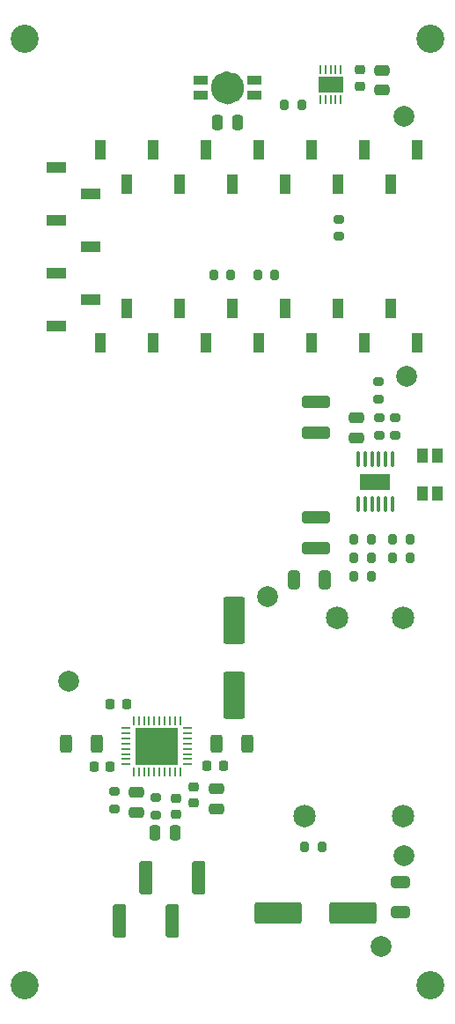
<source format=gbr>
%TF.GenerationSoftware,KiCad,Pcbnew,7.0.6*%
%TF.CreationDate,2023-12-03T11:26:54-05:00*%
%TF.ProjectId,oe-commutator-controller,6f652d63-6f6d-46d7-9574-61746f722d63,C*%
%TF.SameCoordinates,Original*%
%TF.FileFunction,Soldermask,Top*%
%TF.FilePolarity,Negative*%
%FSLAX46Y46*%
G04 Gerber Fmt 4.6, Leading zero omitted, Abs format (unit mm)*
G04 Created by KiCad (PCBNEW 7.0.6) date 2023-12-03 11:26:54*
%MOMM*%
%LPD*%
G01*
G04 APERTURE LIST*
G04 Aperture macros list*
%AMRoundRect*
0 Rectangle with rounded corners*
0 $1 Rounding radius*
0 $2 $3 $4 $5 $6 $7 $8 $9 X,Y pos of 4 corners*
0 Add a 4 corners polygon primitive as box body*
4,1,4,$2,$3,$4,$5,$6,$7,$8,$9,$2,$3,0*
0 Add four circle primitives for the rounded corners*
1,1,$1+$1,$2,$3*
1,1,$1+$1,$4,$5*
1,1,$1+$1,$6,$7*
1,1,$1+$1,$8,$9*
0 Add four rect primitives between the rounded corners*
20,1,$1+$1,$2,$3,$4,$5,0*
20,1,$1+$1,$4,$5,$6,$7,0*
20,1,$1+$1,$6,$7,$8,$9,0*
20,1,$1+$1,$8,$9,$2,$3,0*%
G04 Aperture macros list end*
%ADD10C,1.600000*%
%ADD11RoundRect,0.080000X-0.620000X-0.320000X0.620000X-0.320000X0.620000X0.320000X-0.620000X0.320000X0*%
%ADD12RoundRect,0.250000X0.475000X-0.250000X0.475000X0.250000X-0.475000X0.250000X-0.475000X-0.250000X0*%
%ADD13C,2.000000*%
%ADD14RoundRect,0.200000X0.200000X0.275000X-0.200000X0.275000X-0.200000X-0.275000X0.200000X-0.275000X0*%
%ADD15RoundRect,0.127000X0.508000X1.463000X-0.508000X1.463000X-0.508000X-1.463000X0.508000X-1.463000X0*%
%ADD16RoundRect,0.200000X-0.275000X0.200000X-0.275000X-0.200000X0.275000X-0.200000X0.275000X0.200000X0*%
%ADD17RoundRect,0.250000X-0.650000X0.325000X-0.650000X-0.325000X0.650000X-0.325000X0.650000X0.325000X0*%
%ADD18RoundRect,0.250000X0.250000X0.475000X-0.250000X0.475000X-0.250000X-0.475000X0.250000X-0.475000X0*%
%ADD19C,2.700000*%
%ADD20RoundRect,0.105000X-0.420000X0.595000X-0.420000X-0.595000X0.420000X-0.595000X0.420000X0.595000X0*%
%ADD21RoundRect,0.200000X0.275000X-0.200000X0.275000X0.200000X-0.275000X0.200000X-0.275000X-0.200000X0*%
%ADD22RoundRect,0.062500X-0.062500X0.362500X-0.062500X-0.362500X0.062500X-0.362500X0.062500X0.362500X0*%
%ADD23RoundRect,0.062500X-0.362500X0.062500X-0.362500X-0.062500X0.362500X-0.062500X0.362500X0.062500X0*%
%ADD24R,4.100000X3.600000*%
%ADD25RoundRect,0.200000X-0.200000X-0.275000X0.200000X-0.275000X0.200000X0.275000X-0.200000X0.275000X0*%
%ADD26RoundRect,0.250000X-0.475000X0.250000X-0.475000X-0.250000X0.475000X-0.250000X0.475000X0.250000X0*%
%ADD27RoundRect,0.225000X0.225000X0.250000X-0.225000X0.250000X-0.225000X-0.250000X0.225000X-0.250000X0*%
%ADD28RoundRect,0.225000X-0.250000X0.225000X-0.250000X-0.225000X0.250000X-0.225000X0.250000X0.225000X0*%
%ADD29RoundRect,0.250000X-0.325000X-0.650000X0.325000X-0.650000X0.325000X0.650000X-0.325000X0.650000X0*%
%ADD30RoundRect,0.250000X0.312500X0.625000X-0.312500X0.625000X-0.312500X-0.625000X0.312500X-0.625000X0*%
%ADD31RoundRect,0.250001X1.999999X0.799999X-1.999999X0.799999X-1.999999X-0.799999X1.999999X-0.799999X0*%
%ADD32RoundRect,0.100000X0.100000X-0.625000X0.100000X0.625000X-0.100000X0.625000X-0.100000X-0.625000X0*%
%ADD33R,2.850000X1.650000*%
%ADD34RoundRect,0.250000X1.100000X-0.325000X1.100000X0.325000X-1.100000X0.325000X-1.100000X-0.325000X0*%
%ADD35RoundRect,0.250000X-0.250000X-0.475000X0.250000X-0.475000X0.250000X0.475000X-0.250000X0.475000X0*%
%ADD36R,1.000000X1.900000*%
%ADD37R,1.900000X1.000000*%
%ADD38R,2.380000X1.650000*%
%ADD39RoundRect,0.225000X-0.225000X-0.250000X0.225000X-0.250000X0.225000X0.250000X-0.225000X0.250000X0*%
%ADD40C,2.160000*%
%ADD41RoundRect,0.250000X-0.312500X-0.625000X0.312500X-0.625000X0.312500X0.625000X-0.312500X0.625000X0*%
%ADD42RoundRect,0.250001X-0.799999X1.999999X-0.799999X-1.999999X0.799999X-1.999999X0.799999X1.999999X0*%
G04 APERTURE END LIST*
D10*
X124300000Y-60750000D02*
G75*
G03*
X124300000Y-60750000I-800000J0D01*
G01*
D11*
%TO.C,D1*%
X120900000Y-61475000D03*
X126100000Y-61475000D03*
X126100000Y-60025000D03*
X120900000Y-60025000D03*
%TD*%
D12*
%TO.C,C17*%
X135900000Y-94350000D03*
X135900000Y-92450000D03*
%TD*%
D13*
%TO.C,TP5*%
X140500000Y-63500000D03*
%TD*%
D14*
%TO.C,R4*%
X128025000Y-78700000D03*
X126375000Y-78700000D03*
%TD*%
D15*
%TO.C,J1*%
X120710000Y-136600000D03*
X118170000Y-140800000D03*
X115630000Y-136600000D03*
X113090000Y-140800000D03*
%TD*%
D16*
%TO.C,R9*%
X138100000Y-92475000D03*
X138100000Y-94125000D03*
%TD*%
D17*
%TO.C,C15*%
X140100000Y-137025000D03*
X140100000Y-139975000D03*
%TD*%
D18*
%TO.C,C6*%
X124450000Y-64050000D03*
X122550000Y-64050000D03*
%TD*%
D13*
%TO.C,TP4*%
X140500000Y-134500000D03*
%TD*%
D19*
%TO.C,H3*%
X143000000Y-56000000D03*
%TD*%
D20*
%TO.C,S5*%
X142275000Y-96100000D03*
X142275000Y-99700000D03*
X143725000Y-99700000D03*
X143725000Y-96100000D03*
%TD*%
D21*
%TO.C,R1*%
X116600000Y-130625000D03*
X116600000Y-128975000D03*
%TD*%
D22*
%TO.C,U3*%
X118950000Y-121550000D03*
X118450000Y-121550000D03*
X117950000Y-121550000D03*
X117450000Y-121550000D03*
X116950000Y-121550000D03*
X116450000Y-121550000D03*
X115950000Y-121550000D03*
X115450000Y-121550000D03*
X114950000Y-121550000D03*
X114450000Y-121550000D03*
D23*
X113750000Y-122250000D03*
X113750000Y-122750000D03*
X113750000Y-123250000D03*
X113750000Y-123750000D03*
X113750000Y-124250000D03*
X113750000Y-124750000D03*
X113750000Y-125250000D03*
X113750000Y-125750000D03*
D22*
X114450000Y-126450000D03*
X114950000Y-126450000D03*
X115450000Y-126450000D03*
X115950000Y-126450000D03*
X116450000Y-126450000D03*
X116950000Y-126450000D03*
X117450000Y-126450000D03*
X117950000Y-126450000D03*
X118450000Y-126450000D03*
X118950000Y-126450000D03*
D23*
X119650000Y-125750000D03*
X119650000Y-125250000D03*
X119650000Y-124750000D03*
X119650000Y-124250000D03*
X119650000Y-123750000D03*
X119650000Y-123250000D03*
X119650000Y-122750000D03*
X119650000Y-122250000D03*
D24*
X116700000Y-124000000D03*
%TD*%
D25*
%TO.C,R11*%
X130925000Y-133700000D03*
X132575000Y-133700000D03*
%TD*%
%TO.C,R14*%
X139375000Y-105900000D03*
X141025000Y-105900000D03*
%TD*%
D26*
%TO.C,C4*%
X114700000Y-128450000D03*
X114700000Y-130350000D03*
%TD*%
D21*
%TO.C,R13*%
X138000000Y-90625000D03*
X138000000Y-88975000D03*
%TD*%
D19*
%TO.C,H4*%
X104000000Y-56000000D03*
%TD*%
D25*
%TO.C,R15*%
X135675000Y-104100000D03*
X137325000Y-104100000D03*
%TD*%
D13*
%TO.C,TP1*%
X108250000Y-117750000D03*
%TD*%
D26*
%TO.C,C11*%
X138310000Y-60950000D03*
X138310000Y-59050000D03*
%TD*%
D27*
%TO.C,C5*%
X123087500Y-125850000D03*
X121537500Y-125850000D03*
%TD*%
D28*
%TO.C,C9*%
X136210000Y-59025000D03*
X136210000Y-60575000D03*
%TD*%
D29*
%TO.C,C14*%
X129875000Y-108050000D03*
X132825000Y-108050000D03*
%TD*%
D12*
%TO.C,C8*%
X122412500Y-130025000D03*
X122412500Y-128125000D03*
%TD*%
D30*
%TO.C,R6*%
X110912500Y-123750000D03*
X107987500Y-123750000D03*
%TD*%
D13*
%TO.C,TP6*%
X138250000Y-143250000D03*
%TD*%
D21*
%TO.C,R2*%
X134175000Y-75025000D03*
X134175000Y-73375000D03*
%TD*%
D31*
%TO.C,C16*%
X135600000Y-140000000D03*
X128400000Y-140000000D03*
%TD*%
D32*
%TO.C,U5*%
X136085000Y-100740000D03*
X136735000Y-100740000D03*
X137385000Y-100740000D03*
X138035000Y-100740000D03*
X138685000Y-100740000D03*
X139335000Y-100740000D03*
X139335000Y-96440000D03*
X138685000Y-96440000D03*
X138035000Y-96440000D03*
X137385000Y-96440000D03*
X136735000Y-96440000D03*
X136085000Y-96440000D03*
D33*
X137710000Y-98590000D03*
%TD*%
D25*
%TO.C,R5*%
X128975000Y-62400000D03*
X130625000Y-62400000D03*
%TD*%
D28*
%TO.C,C1*%
X120200000Y-127925000D03*
X120200000Y-129475000D03*
%TD*%
D34*
%TO.C,C18*%
X132000000Y-93875000D03*
X132000000Y-90925000D03*
%TD*%
D19*
%TO.C,H2*%
X143000000Y-147000000D03*
%TD*%
D34*
%TO.C,C12*%
X132000000Y-104975000D03*
X132000000Y-102025000D03*
%TD*%
D35*
%TO.C,C3*%
X116550000Y-132300000D03*
X118450000Y-132300000D03*
%TD*%
D16*
%TO.C,R12*%
X139600000Y-92475000D03*
X139600000Y-94125000D03*
%TD*%
D36*
%TO.C,U1*%
X141730000Y-66730000D03*
X139190000Y-70030000D03*
X136650000Y-66730000D03*
X134110000Y-70030000D03*
X131570000Y-66730000D03*
X129030000Y-70030000D03*
X126490000Y-66730000D03*
X123950000Y-70030000D03*
X121410000Y-66730000D03*
X118870000Y-70030000D03*
X116330000Y-66730000D03*
X113790000Y-70030000D03*
X111250000Y-66730000D03*
D37*
X107060000Y-68380000D03*
X107060000Y-83620000D03*
D36*
X111250000Y-85270000D03*
X113790000Y-81970000D03*
X116330000Y-85270000D03*
X118870000Y-81970000D03*
X121410000Y-85270000D03*
X123950000Y-81970000D03*
X126490000Y-85270000D03*
X129030000Y-81970000D03*
X131570000Y-85270000D03*
X134110000Y-81970000D03*
X136650000Y-85270000D03*
X139190000Y-81970000D03*
X141730000Y-85270000D03*
D37*
X110360000Y-70920000D03*
X107060000Y-73460000D03*
X110360000Y-76000000D03*
X107060000Y-78540000D03*
X110360000Y-81080000D03*
%TD*%
D19*
%TO.C,H1*%
X104000000Y-147000000D03*
%TD*%
D22*
%TO.C,U2*%
X134405000Y-58960000D03*
X133905000Y-58960000D03*
X133405000Y-58960000D03*
X132905000Y-58960000D03*
X132405000Y-58960000D03*
X132405000Y-61860000D03*
X132905000Y-61860000D03*
X133405000Y-61860000D03*
X133905000Y-61860000D03*
X134405000Y-61860000D03*
D38*
X133405000Y-60410000D03*
%TD*%
D25*
%TO.C,R3*%
X122175000Y-78700000D03*
X123825000Y-78700000D03*
%TD*%
D13*
%TO.C,TP2*%
X140750000Y-88500000D03*
%TD*%
D25*
%TO.C,R10*%
X135675000Y-107700000D03*
X137325000Y-107700000D03*
%TD*%
D28*
%TO.C,C10*%
X118500000Y-129025000D03*
X118500000Y-130575000D03*
%TD*%
D39*
%TO.C,C7*%
X110637500Y-125950000D03*
X112187500Y-125950000D03*
%TD*%
D13*
%TO.C,TP3*%
X127330000Y-109590000D03*
%TD*%
D40*
%TO.C,U4*%
X140410000Y-111620000D03*
X134070000Y-111620000D03*
X130890000Y-130680000D03*
X140410000Y-130680000D03*
%TD*%
D27*
%TO.C,C2*%
X113775000Y-120000000D03*
X112225000Y-120000000D03*
%TD*%
D14*
%TO.C,R16*%
X137325000Y-105900000D03*
X135675000Y-105900000D03*
%TD*%
D25*
%TO.C,R17*%
X139375000Y-104100000D03*
X141025000Y-104100000D03*
%TD*%
D21*
%TO.C,R8*%
X112600000Y-130025000D03*
X112600000Y-128375000D03*
%TD*%
D41*
%TO.C,R7*%
X122450000Y-123750000D03*
X125375000Y-123750000D03*
%TD*%
D42*
%TO.C,C13*%
X124100000Y-111900000D03*
X124100000Y-119100000D03*
%TD*%
M02*

</source>
